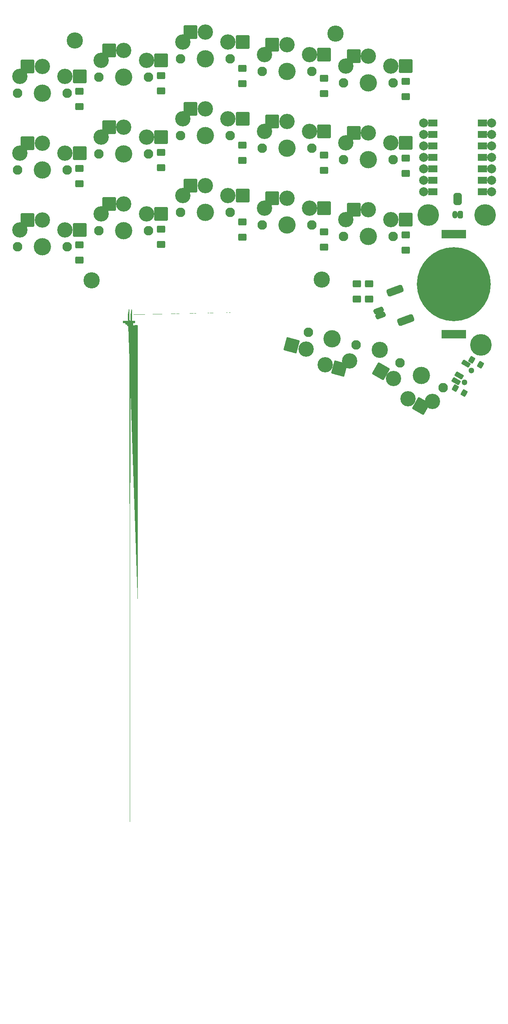
<source format=gbs>
G04 #@! TF.GenerationSoftware,KiCad,Pcbnew,(6.0.6-0)*
G04 #@! TF.CreationDate,2022-09-17T12:29:46+08:00*
G04 #@! TF.ProjectId,Kretstr_d,4b726574-7374-472e-9464-2e6b69636164,rev?*
G04 #@! TF.SameCoordinates,Original*
G04 #@! TF.FileFunction,Soldermask,Bot*
G04 #@! TF.FilePolarity,Negative*
%FSLAX46Y46*%
G04 Gerber Fmt 4.6, Leading zero omitted, Abs format (unit mm)*
G04 Created by KiCad (PCBNEW (6.0.6-0)) date 2022-09-17 12:29:46*
%MOMM*%
%LPD*%
G01*
G04 APERTURE LIST*
G04 Aperture macros list*
%AMRoundRect*
0 Rectangle with rounded corners*
0 $1 Rounding radius*
0 $2 $3 $4 $5 $6 $7 $8 $9 X,Y pos of 4 corners*
0 Add a 4 corners polygon primitive as box body*
4,1,4,$2,$3,$4,$5,$6,$7,$8,$9,$2,$3,0*
0 Add four circle primitives for the rounded corners*
1,1,$1+$1,$2,$3*
1,1,$1+$1,$4,$5*
1,1,$1+$1,$6,$7*
1,1,$1+$1,$8,$9*
0 Add four rect primitives between the rounded corners*
20,1,$1+$1,$2,$3,$4,$5,0*
20,1,$1+$1,$4,$5,$6,$7,0*
20,1,$1+$1,$6,$7,$8,$9,0*
20,1,$1+$1,$8,$9,$2,$3,0*%
%AMFreePoly0*
4,1,22,0.686777,0.580194,0.756366,0.524698,0.794986,0.444504,0.800000,0.400000,0.800000,0.200000,0.780194,0.113223,0.741421,0.058579,0.141421,-0.541421,0.066056,-0.588777,-0.022393,-0.598742,-0.106406,-0.569345,-0.141421,-0.541421,-0.741421,0.058579,-0.788777,0.133944,-0.800000,0.200000,-0.800000,0.400000,-0.780194,0.486777,-0.724698,0.556366,-0.644504,0.594986,-0.600000,0.600000,
0.600000,0.600000,0.686777,0.580194,0.686777,0.580194,$1*%
%AMFreePoly1*
4,1,26,0.706406,1.169345,0.769345,1.106406,0.798742,1.022393,0.800000,1.000000,0.800000,-0.250000,0.780194,-0.336777,0.724698,-0.406366,0.644504,-0.444986,0.600000,-0.450000,-0.600000,-0.450000,-0.686777,-0.430194,-0.756366,-0.374698,-0.794986,-0.294504,-0.800000,-0.250000,-0.800000,1.000000,-0.780194,1.086777,-0.724698,1.156366,-0.644504,1.194986,-0.555496,1.194986,-0.475302,1.156366,
-0.458579,1.141421,0.000000,0.682842,0.458579,1.141421,0.533944,1.188777,0.622393,1.198742,0.706406,1.169345,0.706406,1.169345,$1*%
%AMFreePoly2*
4,1,41,0.586777,0.930194,0.656366,0.874698,0.694986,0.794504,0.700000,0.750000,0.700000,-0.750000,0.680194,-0.836777,0.624698,-0.906366,0.544504,-0.944986,0.500000,-0.950000,0.000000,-0.950000,-0.023504,-0.944635,-0.083606,-0.943534,-0.139582,-0.934468,-0.274897,-0.892193,-0.326080,-0.867780,-0.444090,-0.789225,-0.486362,-0.751429,-0.577582,-0.642910,-0.607548,-0.594768,-0.664643,-0.465009,
-0.679893,-0.410393,-0.697476,-0.275933,-0.697084,-0.275882,-0.700000,-0.250000,-0.700000,0.250000,-0.697921,0.259109,-0.697582,0.286880,-0.675771,0.426957,-0.659192,0.481183,-0.598944,0.609508,-0.567811,0.656904,-0.473967,0.763162,-0.430783,0.799915,-0.310888,0.875563,-0.259125,0.898717,-0.122818,0.937674,-0.066635,0.945370,-0.042411,0.945222,0.000000,0.950000,0.500000,0.950000,
0.586777,0.930194,0.586777,0.930194,$1*%
%AMFreePoly3*
4,1,41,0.022678,0.944824,0.075125,0.944504,0.131210,0.936123,0.267031,0.895504,0.318507,0.871718,0.437469,0.794611,0.480202,0.757333,0.572740,0.649936,0.603290,0.602165,0.661967,0.473113,0.677883,0.418686,0.697980,0.278353,0.700000,0.250000,0.700000,-0.250000,0.699985,-0.252439,0.699836,-0.264655,0.697079,-0.295398,0.673559,-0.435199,0.656318,-0.489221,0.594506,-0.616800,
0.562797,-0.663810,0.467662,-0.768914,0.424032,-0.805137,0.303222,-0.879314,0.251181,-0.901834,0.114408,-0.939123,0.058135,-0.946132,0.037663,-0.945757,0.000000,-0.950000,-0.500000,-0.950000,-0.586777,-0.930194,-0.656366,-0.874698,-0.694986,-0.794504,-0.700000,-0.750000,-0.700000,0.750000,-0.680194,0.836777,-0.624698,0.906366,-0.544504,0.944986,-0.500000,0.950000,0.000000,0.950000,
0.022678,0.944824,0.022678,0.944824,$1*%
%AMFreePoly4*
4,1,321,0.216903,1.226394,0.286492,1.170898,0.325112,1.090704,0.330126,1.046200,0.330126,0.053880,0.332333,0.034041,0.330446,-0.641486,0.333256,-0.817120,0.341853,-0.991009,0.354077,-1.119625,0.362644,-1.162576,0.397195,-1.217295,0.480044,-1.321263,0.585726,-1.436349,0.661975,-1.511306,0.745305,-1.581782,0.780352,-1.600629,0.816227,-1.606237,0.855709,-1.608367,0.916305,-1.621245,
1.018029,-1.660105,1.092024,-1.709574,1.121528,-1.749879,1.172534,-1.841779,1.197479,-1.930252,1.204078,-2.083860,1.203745,-2.106820,1.191281,-2.279776,1.165288,-2.364904,1.129225,-2.403994,1.173666,-2.405392,1.223573,-2.405255,1.373672,-2.401395,1.448172,-2.392643,1.465324,-2.386622,1.490349,-2.367250,1.499144,-2.360816,1.558427,-2.319886,1.616268,-2.292409,1.736039,-2.257617,
1.795103,-2.249705,1.918049,-2.251717,1.998400,-2.270011,2.089018,-2.311721,2.159564,-2.365996,2.168233,-2.377282,2.179017,-2.392405,2.207229,-2.449366,2.233861,-2.535376,2.241991,-2.576456,2.252651,-2.693916,2.253382,-2.717931,2.251655,-2.776071,2.247065,-2.813135,2.225093,-2.912935,2.195462,-2.975696,2.212494,-2.958198,2.289490,-2.904783,2.362073,-2.873447,2.477989,-2.848910,
2.531369,-2.844932,2.650838,-2.852090,2.724742,-2.871102,2.812396,-2.912770,2.882265,-2.967914,2.907895,-3.009099,2.941835,-3.082118,2.959271,-3.144555,2.971968,-3.260006,2.972232,-3.301190,2.960919,-3.417757,2.944419,-3.480107,2.909095,-3.559070,2.855580,-3.630194,2.824642,-3.651681,2.776780,-3.678625,2.716103,-3.700809,2.613675,-3.720326,2.575255,-3.723859,2.458923,-3.723286,
2.420925,-3.719452,2.321391,-3.699672,2.242209,-3.664868,2.226679,-3.653495,2.249568,-3.708190,2.262483,-3.753325,2.275714,-3.834758,2.276340,-3.894786,2.255370,-4.043353,2.251016,-4.059844,2.261336,-4.057503,2.405029,-4.053550,2.423479,-4.053894,2.607272,-4.065820,2.692585,-4.091203,2.758435,-4.151089,2.791780,-4.233615,2.793805,-4.251024,2.806269,-4.423981,2.806736,-4.433904,
2.808688,-4.521554,2.803411,-4.571859,2.775606,-4.689911,2.736433,-4.769835,2.707599,-4.798835,2.630832,-4.861660,2.551134,-4.901291,2.531391,-4.905022,2.396634,-4.923538,2.367519,-4.925391,2.352493,-4.925249,2.321484,-4.922534,2.294547,-4.918042,2.345556,-4.977430,2.387072,-5.056163,2.391784,-5.079151,2.411668,-5.216808,2.413676,-5.249681,2.412978,-5.282286,2.408266,-5.321372,
2.380906,-5.444549,2.342754,-5.524966,2.315925,-5.552945,2.240017,-5.618098,2.161269,-5.659587,2.137440,-5.664410,2.001028,-5.683476,1.971455,-5.685392,1.956951,-5.685255,1.923948,-5.682197,1.791737,-5.658772,1.709746,-5.624130,1.687090,-5.605118,1.615161,-5.535067,1.566814,-5.460335,1.557616,-5.425814,1.535881,-5.299923,1.533999,-5.280958,1.533091,-5.277311,1.533100,-5.278990,
1.537976,-5.407924,1.546049,-5.464506,1.546949,-5.466700,1.560605,-5.481756,1.576426,-5.501596,1.634693,-5.585018,1.668563,-5.670193,1.688071,-5.801698,1.682547,-5.885969,1.643425,-6.022953,1.596826,-6.105026,1.561415,-6.142690,1.486564,-6.192720,1.387509,-6.230250,1.326898,-6.242961,1.205437,-6.249194,1.151442,-6.244614,1.082920,-6.229255,1.081676,-6.301771,1.060958,-6.387044,
1.004589,-6.500955,0.948350,-6.569945,0.933901,-6.580220,0.857650,-6.629504,0.787543,-6.657803,0.665751,-6.681668,0.584915,-6.680859,0.473708,-6.656748,0.415474,-6.628223,0.394933,-6.665026,0.359522,-6.702690,0.284671,-6.752720,0.185616,-6.790250,0.125005,-6.802961,0.003544,-6.809194,-0.050452,-6.804614,-0.162271,-6.779549,-0.243814,-6.740285,-0.268267,-6.720632,-0.316275,-6.752720,
-0.415330,-6.790250,-0.475941,-6.802961,-0.597402,-6.809194,-0.651397,-6.804614,-0.763217,-6.779549,-0.844763,-6.740284,-0.914891,-6.683922,-0.970122,-6.614122,-0.978575,-6.593515,-1.013000,-6.494172,-1.023868,-6.420766,-1.018162,-6.276806,-0.992477,-6.186396,-0.925104,-6.067069,-0.903724,-6.036331,-0.891370,-6.021708,-0.890072,-6.018941,-0.882527,-5.981614,-0.875398,-5.887739,-0.871719,-5.731182,
-0.870818,-5.503325,-0.870817,-5.503105,-0.869927,-5.326988,-0.869827,-5.321581,-0.862543,-5.094702,-0.861499,-5.079727,-0.853873,-5.008842,-0.260881,-5.008842,-0.250757,-5.118082,-0.182665,-5.265028,-0.032771,-5.461496,0.009168,-5.510153,0.014500,-5.516608,0.119025,-5.648672,0.127203,-5.659770,0.205250,-5.773710,0.219630,-5.798292,0.256978,-5.874043,0.259707,-5.879806,0.280044,-5.924602,
0.283266,-5.919104,0.302558,-5.891727,0.305210,-5.888563,0.317208,-5.858522,0.310755,-5.815816,0.250423,-5.704381,0.110971,-5.530277,0.036442,-5.444592,0.027944,-5.434129,-0.099383,-5.266107,-0.111658,-5.246753,0.652054,-5.246753,0.732842,-5.349046,0.752387,-5.378939,0.849803,-5.561724,0.882643,-5.509562,0.905761,-5.479570,0.917107,-5.467427,0.924826,-5.420679,0.930496,-5.304719,
0.931638,-5.161960,0.885617,-5.192720,0.786563,-5.230250,0.725952,-5.242961,0.652054,-5.246753,-0.111658,-5.246753,-0.117198,-5.238019,-0.195936,-5.087503,-0.212368,-5.044802,-0.239091,-4.941314,-0.260881,-5.008842,-0.853873,-5.008842,-0.842699,-4.904973,-0.837775,-4.877464,-0.810044,-4.767493,1.929029,-4.767493,1.940400,-4.777363,1.980580,-4.800139,2.016790,-4.806378,2.048565,-4.809884,
2.049055,-4.809988,2.034161,-4.797214,2.013963,-4.774566,2.013402,-4.774390,1.934563,-4.767567,1.929029,-4.767493,-0.810044,-4.767493,-0.802541,-4.737737,-0.789993,-4.702371,-0.733407,-4.580574,-0.717030,-4.551821,-0.634173,-4.430855,-0.622986,-4.416047,-0.508940,-4.278815,-0.506152,-4.275532,-0.504541,-4.273676,-0.406101,-4.155775,-0.327937,-4.054618,-0.302888,-4.017163,-0.302099,-4.013563,
-0.294032,-3.925579,-0.286465,-3.770786,-0.280305,-3.552504,-0.275624,-3.268476,-0.272373,-2.915350,-0.271993,-2.829729,0.332030,-2.829729,0.339270,-2.984437,0.352077,-3.112267,0.360925,-3.154360,0.378419,-3.181798,0.458433,-3.279847,0.578495,-3.414759,0.722334,-3.568543,0.876663,-3.727342,1.028514,-3.877809,1.164669,-4.006494,1.268831,-4.097556,1.310593,-4.127531,1.364957,-4.143570,
1.451146,-4.154833,1.444522,-4.147382,1.401669,-4.069368,1.396370,-4.045227,1.377902,-3.926443,1.353356,-3.888439,1.272875,-3.790853,1.139773,-3.645237,0.953129,-3.451558,0.710039,-3.206706,0.332030,-2.829729,-0.271993,-2.829729,-0.270486,-2.489955,-0.269874,-1.987786,-0.269874,1.046200,-0.250068,1.132977,-0.194572,1.202566,-0.114378,1.241186,-0.069874,1.246200,0.130126,1.246200,
0.216903,1.226394,0.216903,1.226394,$1*%
%AMFreePoly5*
4,1,284,0.206777,1.229994,0.276366,1.174498,0.314986,1.094304,0.320000,1.049800,0.320000,0.008200,0.319495,0.005987,0.319495,-1.866709,0.319486,-1.942235,0.319486,-1.942460,0.318928,-2.390763,0.318926,-2.391335,0.317383,-2.767014,0.317377,-2.767939,0.314675,-3.077389,0.314657,-3.078876,0.310622,-3.328489,0.310568,-3.330901,0.305029,-3.527071,0.304875,-3.531095,0.297657,-3.680215,
0.297195,-3.687212,0.288125,-3.795676,0.286622,-3.808584,0.275528,-3.882784,0.269972,-3.908365,0.256680,-3.954695,0.246330,-3.982691,0.240139,-3.996234,0.229057,-4.017117,0.167561,-4.118087,0.157692,-4.132784,0.062026,-4.262462,0.054482,-4.272060,-0.057455,-4.405866,-0.061018,-4.410009,-0.070961,-4.421255,-0.171727,-4.547476,-0.239381,-4.651469,-0.261423,-4.702807,-0.268448,-4.790209,
-0.275186,-4.947663,-0.279770,-5.144580,-0.281451,-5.361537,-0.281447,-5.385011,-0.280528,-5.604860,-0.277008,-5.754080,-0.270393,-5.838888,-0.268291,-5.848462,-0.224488,-5.894056,-0.171049,-5.977321,-0.142171,-6.051967,-0.122143,-6.170287,-0.120852,-6.228231,-0.135594,-6.347346,-0.162124,-6.424914,-0.212996,-6.510565,-0.274338,-6.575059,-0.308050,-6.593056,-0.393200,-6.628524,-0.459529,-6.643620,
-0.582275,-6.650118,-0.631318,-6.646663,-0.750780,-6.623247,-0.819367,-6.595916,-0.898997,-6.545453,-0.952252,-6.496101,-0.953444,-6.494503,-0.980620,-6.444550,-1.025271,-6.324319,-1.037078,-6.237909,-1.034554,-6.207929,-1.095319,-6.245365,-1.119612,-6.251953,-1.263243,-6.281341,-1.334401,-6.282972,-1.441733,-6.266095,-1.524379,-6.233050,-1.535526,-6.224760,-1.625648,-6.152737,-1.674999,-6.094737,
-1.708800,-6.034795,-1.731134,-5.973572,-1.756230,-5.840310,-1.751357,-5.746183,-1.721748,-5.646814,-1.786435,-5.670245,-1.797570,-5.671308,-1.925994,-5.679949,-2.017213,-5.664651,-2.152853,-5.607383,-2.223422,-5.557256,-2.286363,-5.487634,-2.329864,-5.409980,-2.331418,-5.403739,-1.483158,-5.403739,-1.355185,-5.371470,-1.321520,-5.365981,-1.296753,-5.364089,-1.271926,-5.355039,-1.217782,-5.314195,
-1.113600,-5.210504,-0.992406,-5.073003,-0.922095,-4.967193,-0.891919,-4.883182,-0.881172,-4.765871,-0.875626,-4.680694,-0.868608,-4.639640,-0.821297,-4.471082,-0.802138,-4.425469,-0.700510,-4.248647,-0.682044,-4.221835,-0.562810,-4.075770,-0.603069,-4.078811,-0.695126,-4.063965,-0.829973,-4.007718,-0.882942,-3.970059,-0.884544,-4.105830,-0.885000,-4.117175,-0.898888,-4.319380,-0.902711,-4.346893,
-0.935986,-4.504891,-0.949035,-4.545136,-1.009063,-4.679733,-1.028893,-4.714405,-1.123042,-4.846409,-1.137428,-4.864308,-1.273065,-5.014526,-1.276513,-5.018249,-1.287870,-5.030203,-1.395730,-5.154077,-1.436036,-5.218316,-1.445698,-5.259361,-1.451178,-5.311568,-1.471682,-5.381092,-1.483158,-5.403739,-2.331418,-5.403739,-2.333940,-5.393612,-2.360039,-5.266091,-2.360039,-5.185886,-2.330712,-5.042597,
-2.293908,-4.961554,-2.277054,-4.942143,-2.201589,-4.865752,-2.261402,-4.879975,-2.348652,-4.881156,-2.489497,-4.851669,-2.570374,-4.814501,-2.590504,-4.796763,-2.603049,-4.784116,-2.016632,-4.784116,-1.947691,-4.769658,-1.921784,-4.765974,-1.897997,-4.764168,-1.873069,-4.755114,-1.818842,-4.714263,-1.712136,-4.608103,-1.710532,-4.606403,-1.610735,-4.492472,-1.536348,-4.394540,-1.509620,-4.348678,
-1.496775,-4.253933,-1.486630,-4.104764,-1.484943,-4.030087,-1.521729,-4.066662,-1.663873,-4.210426,-1.771561,-4.327147,-1.827486,-4.398953,-1.841739,-4.426218,-1.846868,-4.455718,-1.849044,-4.466476,-1.880833,-4.604089,-1.919662,-4.684181,-1.933210,-4.699418,-2.016632,-4.784116,-2.603049,-4.784116,-2.677271,-4.709294,-2.724322,-4.633739,-2.731172,-4.608776,-2.760623,-4.465732,-2.760769,-4.385781,
-2.732270,-4.244767,-2.695666,-4.163633,-2.680108,-4.145462,-2.594432,-4.056733,-2.519907,-4.008065,-2.492843,-4.000178,-2.352971,-3.969921,-2.326052,-3.966766,-2.302642,-3.962427,-2.276550,-3.949146,-2.210815,-3.898611,-2.101881,-3.798679,-1.944546,-3.643570,-1.907850,-3.606778,-1.998585,-3.608266,-2.086362,-3.615506,-2.113472,-3.640814,-2.195993,-3.687200,-2.285285,-3.712217,-2.328694,-3.719355,
-2.443408,-3.725413,-2.478949,-3.724123,-2.588384,-3.710339,-2.648428,-3.692928,-2.721883,-3.658421,-2.794591,-3.600348,-2.808469,-3.582542,-2.842246,-3.517205,-2.871896,-3.418636,-2.880342,-3.357508,-2.878149,-3.232815,-2.869435,-3.177839,-2.834704,-3.064278,-2.812088,-3.015249,-2.804020,-3.002595,-2.744226,-2.942329,-2.663376,-2.889881,-2.579901,-2.859285,-2.464107,-2.844477,-2.401736,-2.846314,
-2.281469,-2.868955,-2.211215,-2.896693,-2.116941,-2.956591,-2.095419,-2.974395,-2.075455,-2.989291,-2.056639,-2.994995,-2.046633,-2.995905,-2.070904,-2.959695,-2.108494,-2.860796,-2.121279,-2.800020,-2.127521,-2.678750,-2.122913,-2.624593,-2.097809,-2.512950,-2.058380,-2.431296,-2.001929,-2.361278,-1.932045,-2.306154,-1.911531,-2.297769,-1.812031,-2.263398,-1.738834,-2.252593,-1.594647,-2.258290,
-1.504448,-2.283843,-1.384933,-2.351109,-1.358738,-2.368710,-1.337152,-2.385832,-1.317487,-2.393167,-1.240752,-2.402224,-1.085473,-2.405351,-1.078233,-2.405171,-1.107077,-2.378573,-1.139850,-2.295818,-1.141775,-2.278081,-1.154236,-2.081951,-1.154606,-2.072859,-1.156502,-1.967207,-1.150610,-1.915302,-1.126324,-1.817749,-1.086141,-1.738328,-1.046755,-1.702089,-0.979056,-1.654814,-0.896569,-1.621370,
-0.885058,-1.619844,-0.761116,-1.607067,-0.757791,-1.606753,-0.746558,-1.605784,-0.717431,-1.594755,-0.653274,-1.547006,-0.535915,-1.433821,-0.518656,-1.415993,-0.412859,-1.301079,-0.333107,-1.206107,-0.309940,-1.172922,-0.306469,-1.159606,-0.293711,-1.047354,-0.284313,-0.875423,-0.280824,-0.666620,-0.282712,0.034061,-0.280000,0.046093,-0.280000,1.049800,-0.260194,1.136577,-0.204698,1.206166,
-0.124504,1.244786,-0.080000,1.249800,0.120000,1.249800,0.206777,1.229994,0.206777,1.229994,$1*%
G04 Aperture macros list end*
%ADD10C,0.100000*%
%ADD11RoundRect,0.200000X0.700000X-0.600000X0.700000X0.600000X-0.700000X0.600000X-0.700000X-0.600000X0*%
%ADD12C,2.125000*%
%ADD13C,3.400000*%
%ADD14C,3.829000*%
%ADD15RoundRect,0.200000X1.300000X1.300000X-1.300000X1.300000X-1.300000X-1.300000X1.300000X-1.300000X0*%
%ADD16C,3.600000*%
%ADD17C,4.800000*%
%ADD18C,1.300000*%
%ADD19RoundRect,0.400000X0.200000X0.450000X-0.200000X0.450000X-0.200000X-0.450000X0.200000X-0.450000X0*%
%ADD20O,1.200000X1.700000*%
%ADD21RoundRect,0.200000X-1.775833X-0.475833X0.475833X-1.775833X1.775833X0.475833X-0.475833X1.775833X0*%
%ADD22RoundRect,0.200000X-0.700000X0.600000X-0.700000X-0.600000X0.700000X-0.600000X0.700000X0.600000X0*%
%ADD23C,2.000000*%
%ADD24FreePoly0,90.000000*%
%ADD25FreePoly0,270.000000*%
%ADD26FreePoly1,270.000000*%
%ADD27FreePoly1,90.000000*%
%ADD28RoundRect,0.200000X-1.592168X-0.919239X0.919239X-1.592168X1.592168X0.919239X-0.919239X1.592168X0*%
%ADD29FreePoly2,90.000000*%
%ADD30FreePoly3,90.000000*%
%ADD31RoundRect,0.200000X2.540000X-0.768600X2.540000X0.768600X-2.540000X0.768600X-2.540000X-0.768600X0*%
%ADD32C,16.400000*%
%ADD33RoundRect,0.400000X-0.773173X-0.068577X-0.636365X-0.444454X0.773173X0.068577X0.636365X0.444454X0*%
%ADD34RoundRect,0.450000X-1.475870X-0.111502X-1.202254X-0.863256X1.475870X0.111502X1.202254X0.863256X0*%
%ADD35RoundRect,0.269000X-1.131000X-0.017250X1.131000X-0.017250X1.131000X0.017250X-1.131000X0.017250X0*%
%ADD36FreePoly4,180.000000*%
%ADD37RoundRect,0.269000X-0.168500X-0.017250X0.168500X-0.017250X0.168500X0.017250X-0.168500X0.017250X0*%
%ADD38FreePoly5,180.000000*%
%ADD39RoundRect,0.269000X-0.566000X-0.017250X0.566000X-0.017250X0.566000X0.017250X-0.566000X0.017250X0*%
%ADD40RoundRect,0.200000X-0.096410X0.633013X-0.596410X-0.233013X0.096410X-0.633013X0.596410X0.233013X0*%
%ADD41RoundRect,0.200000X-0.474519X0.678109X-0.824519X0.071891X0.474519X-0.678109X0.824519X-0.071891X0*%
G04 APERTURE END LIST*
G36*
X177258451Y-88292681D02*
G01*
X176242451Y-88292681D01*
X176242451Y-87276681D01*
X177258451Y-87276681D01*
X177258451Y-88292681D01*
G37*
D10*
X177258451Y-88292681D02*
X176242451Y-88292681D01*
X176242451Y-87276681D01*
X177258451Y-87276681D01*
X177258451Y-88292681D01*
G36*
X188637651Y-80672681D02*
G01*
X187621651Y-80672681D01*
X187621651Y-79656681D01*
X188637651Y-79656681D01*
X188637651Y-80672681D01*
G37*
X188637651Y-80672681D02*
X187621651Y-80672681D01*
X187621651Y-79656681D01*
X188637651Y-79656681D01*
X188637651Y-80672681D01*
G36*
X188637651Y-73052681D02*
G01*
X187621651Y-73052681D01*
X187621651Y-72036681D01*
X188637651Y-72036681D01*
X188637651Y-73052681D01*
G37*
X188637651Y-73052681D02*
X187621651Y-73052681D01*
X187621651Y-72036681D01*
X188637651Y-72036681D01*
X188637651Y-73052681D01*
G36*
X177258451Y-80672681D02*
G01*
X176242451Y-80672681D01*
X176242451Y-79656681D01*
X177258451Y-79656681D01*
X177258451Y-80672681D01*
G37*
X177258451Y-80672681D02*
X176242451Y-80672681D01*
X176242451Y-79656681D01*
X177258451Y-79656681D01*
X177258451Y-80672681D01*
G36*
X177258451Y-78132681D02*
G01*
X176242451Y-78132681D01*
X176242451Y-77116681D01*
X177258451Y-77116681D01*
X177258451Y-78132681D01*
G37*
X177258451Y-78132681D02*
X176242451Y-78132681D01*
X176242451Y-77116681D01*
X177258451Y-77116681D01*
X177258451Y-78132681D01*
G36*
X188637651Y-83212681D02*
G01*
X187621651Y-83212681D01*
X187621651Y-82196681D01*
X188637651Y-82196681D01*
X188637651Y-83212681D01*
G37*
X188637651Y-83212681D02*
X187621651Y-83212681D01*
X187621651Y-82196681D01*
X188637651Y-82196681D01*
X188637651Y-83212681D01*
G36*
X188637651Y-85752681D02*
G01*
X187621651Y-85752681D01*
X187621651Y-84736681D01*
X188637651Y-84736681D01*
X188637651Y-85752681D01*
G37*
X188637651Y-85752681D02*
X187621651Y-85752681D01*
X187621651Y-84736681D01*
X188637651Y-84736681D01*
X188637651Y-85752681D01*
G36*
X188637651Y-78132681D02*
G01*
X187621651Y-78132681D01*
X187621651Y-77116681D01*
X188637651Y-77116681D01*
X188637651Y-78132681D01*
G37*
X188637651Y-78132681D02*
X187621651Y-78132681D01*
X187621651Y-77116681D01*
X188637651Y-77116681D01*
X188637651Y-78132681D01*
G36*
X177258451Y-83212681D02*
G01*
X176242451Y-83212681D01*
X176242451Y-82196681D01*
X177258451Y-82196681D01*
X177258451Y-83212681D01*
G37*
X177258451Y-83212681D02*
X176242451Y-83212681D01*
X176242451Y-82196681D01*
X177258451Y-82196681D01*
X177258451Y-83212681D01*
G36*
X188637651Y-75592681D02*
G01*
X187621651Y-75592681D01*
X187621651Y-74576681D01*
X188637651Y-74576681D01*
X188637651Y-75592681D01*
G37*
X188637651Y-75592681D02*
X187621651Y-75592681D01*
X187621651Y-74576681D01*
X188637651Y-74576681D01*
X188637651Y-75592681D01*
G36*
X177258451Y-73052681D02*
G01*
X176242451Y-73052681D01*
X176242451Y-72036681D01*
X177258451Y-72036681D01*
X177258451Y-73052681D01*
G37*
X177258451Y-73052681D02*
X176242451Y-73052681D01*
X176242451Y-72036681D01*
X177258451Y-72036681D01*
X177258451Y-73052681D01*
G36*
X177258451Y-85752681D02*
G01*
X176242451Y-85752681D01*
X176242451Y-84736681D01*
X177258451Y-84736681D01*
X177258451Y-85752681D01*
G37*
X177258451Y-85752681D02*
X176242451Y-85752681D01*
X176242451Y-84736681D01*
X177258451Y-84736681D01*
X177258451Y-85752681D01*
G36*
X177258451Y-75592681D02*
G01*
X176242451Y-75592681D01*
X176242451Y-74576681D01*
X177258451Y-74576681D01*
X177258451Y-75592681D01*
G37*
X177258451Y-75592681D02*
X176242451Y-75592681D01*
X176242451Y-74576681D01*
X177258451Y-74576681D01*
X177258451Y-75592681D01*
G36*
X188637651Y-88292681D02*
G01*
X187621651Y-88292681D01*
X187621651Y-87276681D01*
X188637651Y-87276681D01*
X188637651Y-88292681D01*
G37*
X188637651Y-88292681D02*
X187621651Y-88292681D01*
X187621651Y-87276681D01*
X188637651Y-87276681D01*
X188637651Y-88292681D01*
D11*
X170895790Y-83748281D03*
X170895790Y-80348281D03*
D12*
X102891390Y-96496681D03*
D13*
X103391390Y-92746681D03*
X113391390Y-92746681D03*
D12*
X113891390Y-96496681D03*
D14*
X108391390Y-96496681D03*
D13*
X108391390Y-90546681D03*
D15*
X105116390Y-90546681D03*
X116666390Y-92746681D03*
D11*
X134726190Y-80868080D03*
X134726190Y-77468080D03*
D16*
X101245857Y-107468340D03*
D11*
X98556590Y-86029481D03*
X98556590Y-82629481D03*
D14*
X126476190Y-75408681D03*
D13*
X131476190Y-71658681D03*
X126476190Y-69458681D03*
D12*
X131976190Y-75408681D03*
X120976190Y-75408681D03*
D13*
X121476190Y-71658681D03*
D15*
X123201190Y-69458681D03*
X134751190Y-71658681D03*
D12*
X102891390Y-79478681D03*
D13*
X113391390Y-75728681D03*
X108391390Y-73528681D03*
D14*
X108391390Y-79478681D03*
D12*
X113891390Y-79478681D03*
D13*
X103391390Y-75728681D03*
D15*
X105116390Y-73528681D03*
X116666390Y-75728681D03*
D17*
X188571312Y-92962481D03*
D13*
X131476190Y-88676681D03*
X121476190Y-88676681D03*
X126476190Y-86476681D03*
D12*
X131976190Y-92426681D03*
X120976190Y-92426681D03*
D14*
X126476190Y-92426681D03*
D15*
X123201190Y-86476681D03*
X134751190Y-88676681D03*
D11*
X116641390Y-99496681D03*
X116641390Y-96096681D03*
X116641390Y-82478681D03*
X116641390Y-79078681D03*
D18*
X185462239Y-127459042D03*
X183962239Y-130057118D03*
D13*
X103391390Y-58710681D03*
X108391390Y-56510681D03*
D14*
X108391390Y-62460681D03*
D12*
X113891390Y-62460681D03*
D13*
X113391390Y-58710681D03*
D12*
X102891390Y-62460681D03*
D15*
X105116390Y-56510681D03*
X116666390Y-58710681D03*
D19*
X183065051Y-92895940D03*
D20*
X181815051Y-92895940D03*
D11*
X152810990Y-83076680D03*
X152810990Y-79676680D03*
D14*
X90306590Y-99996681D03*
D12*
X95806590Y-99996681D03*
D13*
X90306590Y-94046681D03*
X85306590Y-96246681D03*
D12*
X84806590Y-99996681D03*
D13*
X95306590Y-96246681D03*
D15*
X87031590Y-94046681D03*
X98581590Y-96246681D03*
D13*
X139560990Y-57440481D03*
X144560990Y-55240481D03*
D14*
X144560990Y-61190481D03*
D13*
X149560990Y-57440481D03*
D12*
X150060990Y-61190481D03*
X139060990Y-61190481D03*
D15*
X141285990Y-55240481D03*
X152835990Y-57440481D03*
D11*
X170895851Y-66730280D03*
X170895851Y-63330280D03*
D16*
X152270051Y-107307880D03*
D12*
X179181991Y-131266880D03*
D13*
X176873978Y-134264475D03*
D12*
X169655711Y-125766880D03*
D13*
X168213724Y-129264475D03*
X171443851Y-133669731D03*
D14*
X174418851Y-128516880D03*
D21*
X174280084Y-135307231D03*
X165377491Y-127626975D03*
D22*
X160118651Y-108249480D03*
X160118651Y-111649480D03*
D12*
X120976190Y-58390681D03*
D13*
X121476190Y-54640681D03*
D12*
X131976190Y-58390681D03*
D13*
X131476190Y-54640681D03*
X126476190Y-52440681D03*
D14*
X126476190Y-58390681D03*
D15*
X123201190Y-52440681D03*
X134751190Y-54640681D03*
D17*
X187626851Y-121785880D03*
D22*
X162811051Y-108249480D03*
X162811051Y-111649480D03*
D11*
X98556590Y-102996681D03*
X98556590Y-99596681D03*
D13*
X149560990Y-91476681D03*
D12*
X139060990Y-95226681D03*
D14*
X144560990Y-95226681D03*
D13*
X139560990Y-91476681D03*
X144560990Y-89276681D03*
D12*
X150060990Y-95226681D03*
D15*
X141285990Y-89276681D03*
X152835990Y-91476681D03*
D14*
X144560990Y-78208681D03*
D12*
X139060990Y-78208681D03*
D13*
X139560990Y-74458681D03*
X149560990Y-74458681D03*
D12*
X150060990Y-78208681D03*
D13*
X144560990Y-72258681D03*
D15*
X141285990Y-72258681D03*
X152835990Y-74458681D03*
D16*
X97512067Y-54264934D03*
D11*
X116641390Y-65460681D03*
X116641390Y-62060681D03*
D14*
X90306590Y-82978681D03*
D12*
X84806590Y-82978681D03*
D13*
X85306590Y-79228681D03*
X90306590Y-77028681D03*
X95306590Y-79228681D03*
D12*
X95806590Y-82978681D03*
D15*
X87031590Y-77028681D03*
X98581590Y-79228681D03*
D11*
X134726190Y-97886080D03*
X134726190Y-94486080D03*
D12*
X84806590Y-65960681D03*
D13*
X95306590Y-62210681D03*
D14*
X90306590Y-65960681D03*
D13*
X85306590Y-62210681D03*
X90306590Y-60010681D03*
D12*
X95806590Y-65960681D03*
D15*
X87031590Y-60010681D03*
X98581590Y-62210681D03*
D17*
X175953565Y-92962481D03*
D11*
X134726190Y-63850080D03*
X134726190Y-60450080D03*
D13*
X157645790Y-94016281D03*
D12*
X157145790Y-97766281D03*
D13*
X167645790Y-94016281D03*
D14*
X162645790Y-97766281D03*
D12*
X168145790Y-97766281D03*
D13*
X162645790Y-91816281D03*
D15*
X159370790Y-91816281D03*
X170920790Y-94016281D03*
D16*
X165147851Y-122852680D03*
X155368851Y-52766334D03*
D23*
X174881251Y-75084681D03*
X189983851Y-82704681D03*
X174881251Y-77624681D03*
D24*
X176496451Y-75084681D03*
D23*
X189983851Y-77624681D03*
D25*
X188383651Y-75084681D03*
D23*
X174881251Y-82704681D03*
D25*
X188383651Y-85244681D03*
D23*
X174881251Y-72544681D03*
D24*
X176496451Y-80164681D03*
D25*
X188383651Y-80164681D03*
D23*
X189983851Y-75084681D03*
X174881251Y-87784681D03*
D25*
X188383651Y-87784681D03*
D24*
X176496451Y-82704681D03*
D25*
X188383651Y-77624681D03*
D23*
X189983851Y-80164681D03*
X174881251Y-80164681D03*
X189983851Y-85244681D03*
X174881251Y-85244681D03*
D24*
X176496451Y-72544681D03*
D23*
X189983851Y-87784681D03*
D25*
X188383651Y-72544681D03*
D24*
X176496451Y-85244681D03*
D25*
X188383651Y-82704681D03*
D24*
X176496451Y-77624681D03*
D23*
X189983851Y-72544681D03*
D24*
X176496451Y-87784681D03*
D26*
X187367651Y-72544681D03*
X187367651Y-75084681D03*
X187367651Y-77624681D03*
X187367651Y-80164681D03*
X187367651Y-82704681D03*
X187367651Y-85244681D03*
X187367651Y-87784681D03*
D27*
X177512451Y-87784681D03*
X177512451Y-85244681D03*
X177512451Y-82704681D03*
X177512451Y-80164681D03*
X177512451Y-77624681D03*
X177512451Y-75084681D03*
X177512451Y-72544681D03*
D14*
X154606851Y-120388880D03*
D12*
X159919443Y-121812385D03*
D13*
X148806650Y-122717007D03*
X153066878Y-126136139D03*
X158465909Y-125305197D03*
D12*
X149294259Y-118965375D03*
D28*
X156230285Y-126983771D03*
X145643243Y-121869374D03*
D11*
X152810990Y-66058480D03*
X152810990Y-62658480D03*
X152810990Y-100094680D03*
X152810990Y-96694680D03*
D29*
X182440051Y-90093940D03*
D30*
X182440051Y-88793940D03*
D11*
X170895790Y-100766281D03*
X170895790Y-97366281D03*
X98556590Y-68960681D03*
X98556590Y-65560681D03*
D31*
X181611190Y-119417480D03*
X181611190Y-97180280D03*
D32*
X181611190Y-108298880D03*
D13*
X167645790Y-59980281D03*
X162645790Y-57780281D03*
D12*
X157145790Y-63730281D03*
D13*
X157645790Y-59980281D03*
D14*
X162645790Y-63730281D03*
D12*
X168145790Y-63730281D03*
D15*
X159370790Y-57780281D03*
X170920790Y-59980281D03*
D13*
X167645790Y-76998281D03*
D12*
X168145790Y-80748281D03*
D13*
X162645790Y-74798281D03*
D12*
X157145790Y-80748281D03*
D14*
X162645790Y-80748281D03*
D13*
X157645790Y-76998281D03*
D15*
X159370790Y-74798281D03*
X170920790Y-76998281D03*
D33*
X164924137Y-114111595D03*
X165351662Y-115286210D03*
D34*
X168530381Y-109766122D03*
X170907421Y-116296986D03*
D35*
X109536054Y-116680480D03*
D36*
X109287451Y-115080280D03*
D37*
X109530657Y-117391680D03*
D38*
X109877451Y-115080280D03*
D39*
X109536054Y-117051757D03*
D18*
X185462239Y-127459042D03*
D40*
X181925951Y-131364073D03*
X187489867Y-126147087D03*
X185575951Y-125042087D03*
X183839867Y-132469073D03*
D18*
X183962239Y-130057118D03*
D41*
X184313035Y-125929523D03*
X182813035Y-128527599D03*
X182063035Y-129826637D03*
M02*

</source>
